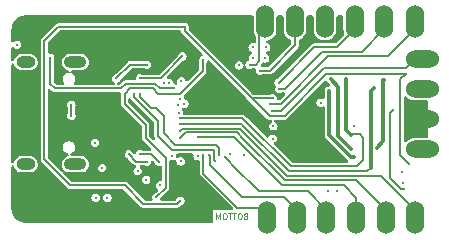
<source format=gbl>
G04 #@! TF.GenerationSoftware,KiCad,Pcbnew,8.0.2*
G04 #@! TF.CreationDate,2024-11-05T23:07:32+05:00*
G04 #@! TF.ProjectId,V1,56312e6b-6963-4616-945f-706362585858,r0.1*
G04 #@! TF.SameCoordinates,Original*
G04 #@! TF.FileFunction,Copper,L4,Bot*
G04 #@! TF.FilePolarity,Positive*
%FSLAX46Y46*%
G04 Gerber Fmt 4.6, Leading zero omitted, Abs format (unit mm)*
G04 Created by KiCad (PCBNEW 8.0.2) date 2024-11-05 23:07:32*
%MOMM*%
%LPD*%
G01*
G04 APERTURE LIST*
%ADD10C,0.125000*%
G04 #@! TA.AperFunction,NonConductor*
%ADD11C,0.125000*%
G04 #@! TD*
G04 #@! TA.AperFunction,ComponentPad*
%ADD12C,1.524000*%
G04 #@! TD*
G04 #@! TA.AperFunction,SMDPad,CuDef*
%ADD13R,1.270000X1.524000*%
G04 #@! TD*
G04 #@! TA.AperFunction,SMDPad,CuDef*
%ADD14R,1.524000X1.270000*%
G04 #@! TD*
G04 #@! TA.AperFunction,ComponentPad*
%ADD15O,1.900000X1.000000*%
G04 #@! TD*
G04 #@! TA.AperFunction,ComponentPad*
%ADD16O,1.600000X1.000000*%
G04 #@! TD*
G04 #@! TA.AperFunction,HeatsinkPad*
%ADD17C,0.500000*%
G04 #@! TD*
G04 #@! TA.AperFunction,HeatsinkPad*
%ADD18R,0.500000X1.600000*%
G04 #@! TD*
G04 #@! TA.AperFunction,ViaPad*
%ADD19C,0.300000*%
G04 #@! TD*
G04 #@! TA.AperFunction,Conductor*
%ADD20C,0.200000*%
G04 #@! TD*
G04 #@! TA.AperFunction,Conductor*
%ADD21C,0.300000*%
G04 #@! TD*
G04 #@! TA.AperFunction,Conductor*
%ADD22C,0.127000*%
G04 #@! TD*
G04 APERTURE END LIST*
D10*
D11*
X119932049Y-108220404D02*
X119860621Y-108244214D01*
X119860621Y-108244214D02*
X119836811Y-108268023D01*
X119836811Y-108268023D02*
X119813002Y-108315642D01*
X119813002Y-108315642D02*
X119813002Y-108387071D01*
X119813002Y-108387071D02*
X119836811Y-108434690D01*
X119836811Y-108434690D02*
X119860621Y-108458500D01*
X119860621Y-108458500D02*
X119908240Y-108482309D01*
X119908240Y-108482309D02*
X120098716Y-108482309D01*
X120098716Y-108482309D02*
X120098716Y-107982309D01*
X120098716Y-107982309D02*
X119932049Y-107982309D01*
X119932049Y-107982309D02*
X119884430Y-108006119D01*
X119884430Y-108006119D02*
X119860621Y-108029928D01*
X119860621Y-108029928D02*
X119836811Y-108077547D01*
X119836811Y-108077547D02*
X119836811Y-108125166D01*
X119836811Y-108125166D02*
X119860621Y-108172785D01*
X119860621Y-108172785D02*
X119884430Y-108196595D01*
X119884430Y-108196595D02*
X119932049Y-108220404D01*
X119932049Y-108220404D02*
X120098716Y-108220404D01*
X119503478Y-107982309D02*
X119408240Y-107982309D01*
X119408240Y-107982309D02*
X119360621Y-108006119D01*
X119360621Y-108006119D02*
X119313002Y-108053738D01*
X119313002Y-108053738D02*
X119289192Y-108148976D01*
X119289192Y-108148976D02*
X119289192Y-108315642D01*
X119289192Y-108315642D02*
X119313002Y-108410880D01*
X119313002Y-108410880D02*
X119360621Y-108458500D01*
X119360621Y-108458500D02*
X119408240Y-108482309D01*
X119408240Y-108482309D02*
X119503478Y-108482309D01*
X119503478Y-108482309D02*
X119551097Y-108458500D01*
X119551097Y-108458500D02*
X119598716Y-108410880D01*
X119598716Y-108410880D02*
X119622525Y-108315642D01*
X119622525Y-108315642D02*
X119622525Y-108148976D01*
X119622525Y-108148976D02*
X119598716Y-108053738D01*
X119598716Y-108053738D02*
X119551097Y-108006119D01*
X119551097Y-108006119D02*
X119503478Y-107982309D01*
X119146334Y-107982309D02*
X118860620Y-107982309D01*
X119003477Y-108482309D02*
X119003477Y-107982309D01*
X118765382Y-107982309D02*
X118479668Y-107982309D01*
X118622525Y-108482309D02*
X118622525Y-107982309D01*
X118217764Y-107982309D02*
X118122526Y-107982309D01*
X118122526Y-107982309D02*
X118074907Y-108006119D01*
X118074907Y-108006119D02*
X118027288Y-108053738D01*
X118027288Y-108053738D02*
X118003478Y-108148976D01*
X118003478Y-108148976D02*
X118003478Y-108315642D01*
X118003478Y-108315642D02*
X118027288Y-108410880D01*
X118027288Y-108410880D02*
X118074907Y-108458500D01*
X118074907Y-108458500D02*
X118122526Y-108482309D01*
X118122526Y-108482309D02*
X118217764Y-108482309D01*
X118217764Y-108482309D02*
X118265383Y-108458500D01*
X118265383Y-108458500D02*
X118313002Y-108410880D01*
X118313002Y-108410880D02*
X118336811Y-108315642D01*
X118336811Y-108315642D02*
X118336811Y-108148976D01*
X118336811Y-108148976D02*
X118313002Y-108053738D01*
X118313002Y-108053738D02*
X118265383Y-108006119D01*
X118265383Y-108006119D02*
X118217764Y-107982309D01*
X117789192Y-108482309D02*
X117789192Y-107982309D01*
X117789192Y-107982309D02*
X117622525Y-108339452D01*
X117622525Y-108339452D02*
X117455859Y-107982309D01*
X117455859Y-107982309D02*
X117455859Y-108482309D01*
D12*
X134290000Y-100000000D03*
D13*
X134925000Y-100000000D03*
D12*
X135560000Y-100000000D03*
X134290000Y-102540000D03*
D13*
X134925000Y-102540000D03*
D12*
X135560000Y-102540000D03*
X129300000Y-107721500D03*
D14*
X129300000Y-108356500D03*
D12*
X129300000Y-108991500D03*
X129200000Y-92380000D03*
D14*
X129200000Y-91745000D03*
D12*
X129200000Y-91110000D03*
X124130000Y-92380000D03*
D14*
X124130000Y-91745000D03*
D12*
X124130000Y-91110000D03*
X121600000Y-92400000D03*
D14*
X121600000Y-91765000D03*
D12*
X121600000Y-91130000D03*
X126800000Y-107700000D03*
D14*
X126800000Y-108335000D03*
D12*
X126800000Y-108970000D03*
X134300000Y-92400000D03*
D14*
X134300000Y-91765000D03*
D12*
X134300000Y-91130000D03*
X131700000Y-92400000D03*
D14*
X131700000Y-91765000D03*
D12*
X131700000Y-91130000D03*
X134300000Y-107721500D03*
D14*
X134300000Y-108356500D03*
D12*
X134300000Y-108991500D03*
X131800000Y-107721500D03*
D14*
X131800000Y-108356500D03*
D12*
X131800000Y-108991500D03*
X134290000Y-97460000D03*
D13*
X134925000Y-97460000D03*
D12*
X135560000Y-97460000D03*
X134290000Y-94920000D03*
D13*
X134925000Y-94920000D03*
D12*
X135560000Y-94920000D03*
X124300000Y-107700000D03*
D14*
X124300000Y-108335000D03*
D12*
X124300000Y-108970000D03*
X121800000Y-107700000D03*
D14*
X121800000Y-108335000D03*
D12*
X121800000Y-108970000D03*
X126670000Y-92380000D03*
D14*
X126670000Y-91745000D03*
D12*
X126670000Y-91110000D03*
D15*
X105530000Y-95180000D03*
D16*
X101350000Y-95180000D03*
D15*
X105530000Y-103820000D03*
D16*
X101350000Y-103820000D03*
D17*
X103300000Y-106950000D03*
D18*
X103300000Y-106400000D03*
D17*
X103300000Y-105850000D03*
D19*
X107250000Y-106650000D03*
X114453524Y-103589921D03*
X126300000Y-98600000D03*
X100600000Y-93700000D03*
X108250000Y-106650000D03*
X115880662Y-103153258D03*
X118636170Y-102955546D03*
X107800000Y-104150000D03*
X122300000Y-100600000D03*
X121694001Y-93936500D03*
X113729109Y-103131192D03*
X114500000Y-96800004D03*
X112730000Y-105600000D03*
X119800000Y-103050000D03*
X127700000Y-106100000D03*
X111535729Y-105133314D03*
X126900000Y-106100000D03*
X113500000Y-96950000D03*
X129100000Y-100600000D03*
X120562886Y-94830067D03*
X120551288Y-93936500D03*
X121604211Y-94859392D03*
X122250000Y-101650000D03*
X113000000Y-96950000D03*
X117700000Y-107400000D03*
X110000000Y-101100000D03*
X116600000Y-98600000D03*
X116450000Y-108050000D03*
X112050000Y-101190223D03*
X111000000Y-101100000D03*
X114900000Y-104600000D03*
X109900000Y-100000000D03*
X119600000Y-92800000D03*
X117050000Y-98150000D03*
X117050000Y-98600000D03*
X109000000Y-102900000D03*
X116600000Y-98150000D03*
X125400000Y-101800000D03*
X109700000Y-106800000D03*
X125400000Y-100800000D03*
X122900000Y-98100000D03*
X122900000Y-93400000D03*
X114300000Y-95900000D03*
X105200000Y-99700000D03*
X105200000Y-98799986D03*
X110800000Y-104400000D03*
X107200000Y-102000000D03*
X129109777Y-103250000D03*
X127000000Y-97600000D03*
X114771837Y-98685732D03*
X131644735Y-96685001D03*
X114431026Y-98316564D03*
X131034998Y-102444699D03*
X133153484Y-104501766D03*
X119400000Y-95450000D03*
X114800000Y-92200000D03*
X122250000Y-98250000D03*
X133799996Y-103800000D03*
X133500004Y-96200004D03*
X114425000Y-106900000D03*
X117350000Y-103550000D03*
X110500000Y-97850000D03*
X117719933Y-103012886D03*
X111025001Y-97891574D03*
X128411748Y-96650000D03*
X128853554Y-101346446D03*
X114405900Y-99939471D03*
X130800000Y-97400000D03*
X130534998Y-104134998D03*
X114407727Y-100439470D03*
X113892853Y-97411223D03*
X103400000Y-94800000D03*
X116336500Y-95021241D03*
X112400000Y-106600000D03*
X122170852Y-99293698D03*
X122744205Y-96919397D03*
X122051282Y-98713500D03*
X122801018Y-97447362D03*
X111005204Y-96550000D03*
X114600002Y-94700002D03*
X109000000Y-96550000D03*
X111600000Y-95400000D03*
X111600000Y-103600000D03*
X110070268Y-102977458D03*
X112600000Y-103600000D03*
X111000160Y-102970004D03*
X127190580Y-96650000D03*
X128899997Y-102500003D03*
X114286283Y-99453988D03*
X133293474Y-105413052D03*
X132400000Y-99200000D03*
X133392460Y-105945239D03*
X114200000Y-98800000D03*
X120300000Y-95400000D03*
X121200000Y-95900000D03*
X118200000Y-103200000D03*
X116892933Y-103062924D03*
X116373698Y-103070081D03*
X115883129Y-101550003D03*
X114400000Y-101600000D03*
X114400000Y-101000000D03*
D20*
X105200000Y-99700000D02*
X105200000Y-98799986D01*
D21*
X128886396Y-103250000D02*
X129109777Y-103250000D01*
X127000000Y-97600000D02*
X127000000Y-101363604D01*
X127000000Y-101363604D02*
X128886396Y-103250000D01*
X131644735Y-96685001D02*
X131600000Y-96729736D01*
X131600000Y-96729736D02*
X131600000Y-101879697D01*
X131600000Y-101879697D02*
X131034998Y-102444699D01*
D22*
X122250000Y-98250000D02*
X120490756Y-98250000D01*
D20*
X126799996Y-96200004D02*
X123256302Y-99743698D01*
X111300000Y-107200000D02*
X114125000Y-107200000D01*
X102900000Y-103400000D02*
X105100000Y-105600000D01*
X114800000Y-92200000D02*
X104100000Y-92200000D01*
X102900000Y-93400000D02*
X102900000Y-103400000D01*
X104100000Y-92200000D02*
X102900000Y-93400000D01*
X121984455Y-99743698D02*
X120245378Y-98004622D01*
X133500004Y-96200004D02*
X126799996Y-96200004D01*
X133500004Y-96200004D02*
X133050000Y-96650008D01*
X114125000Y-107200000D02*
X114425000Y-106900000D01*
X133050000Y-103050004D02*
X133799996Y-103800000D01*
X109700000Y-105600000D02*
X111300000Y-107200000D01*
X133050000Y-96650008D02*
X133050000Y-103050004D01*
D22*
X120490756Y-98250000D02*
X120245378Y-98004622D01*
D20*
X120245378Y-98004622D02*
X114800000Y-92559243D01*
X114800000Y-92559243D02*
X114800000Y-92200000D01*
X123256302Y-99743698D02*
X121984455Y-99743698D01*
X105100000Y-105600000D02*
X109700000Y-105600000D01*
X113700000Y-102600000D02*
X112500000Y-101400000D01*
X116600000Y-102600000D02*
X116350000Y-102600000D01*
X112500000Y-100165686D02*
X110500000Y-98165686D01*
X110500000Y-98165686D02*
X110500000Y-97850000D01*
D22*
X117350000Y-103550000D02*
X117306433Y-103506433D01*
X117306433Y-102706433D02*
X117200000Y-102600000D01*
X117306433Y-103506433D02*
X117306433Y-102706433D01*
D20*
X112500000Y-101400000D02*
X112500000Y-100165686D01*
D22*
X117200000Y-102600000D02*
X116350000Y-102600000D01*
D20*
X116350000Y-102600000D02*
X113700000Y-102600000D01*
X111025001Y-98125001D02*
X111950000Y-99050000D01*
X116850000Y-102200000D02*
X116992324Y-102200000D01*
D22*
X117719933Y-102469933D02*
X117719933Y-103012886D01*
D20*
X114000000Y-102200000D02*
X116850000Y-102200000D01*
X111950000Y-99050000D02*
X112350000Y-99050000D01*
X113000000Y-99700000D02*
X113000000Y-101200000D01*
X111025001Y-97891574D02*
X111025001Y-98125001D01*
X112350000Y-99050000D02*
X113000000Y-99700000D01*
D22*
X116850000Y-102200000D02*
X117450000Y-102200000D01*
D20*
X113000000Y-101200000D02*
X114000000Y-102200000D01*
D22*
X117450000Y-102200000D02*
X117719933Y-102469933D01*
D21*
X128411748Y-96650000D02*
X128411748Y-100904640D01*
D20*
X119924067Y-100158381D02*
X123765686Y-104000000D01*
D21*
X128411748Y-100904640D02*
X128853554Y-101346446D01*
D22*
X119924067Y-100158381D02*
X119669417Y-99903731D01*
D20*
X129600000Y-101300000D02*
X128900000Y-101300000D01*
D22*
X119669417Y-99903731D02*
X114441640Y-99903731D01*
D20*
X129900000Y-103500000D02*
X129900000Y-101600000D01*
D22*
X114441640Y-99903731D02*
X114405900Y-99939471D01*
D20*
X129400000Y-104000000D02*
X129900000Y-103500000D01*
X123765686Y-104000000D02*
X129400000Y-104000000D01*
X129900000Y-101600000D02*
X129600000Y-101300000D01*
X128900000Y-101300000D02*
X128853554Y-101346446D01*
D22*
X119607611Y-100407611D02*
X114439586Y-100407611D01*
X114439586Y-100407611D02*
X114407727Y-100439470D01*
D20*
X130269996Y-104400000D02*
X130534998Y-104134998D01*
D22*
X119758381Y-100558381D02*
X119607611Y-100407611D01*
D21*
X130800000Y-97400000D02*
X130534998Y-97665002D01*
X130534998Y-97665002D02*
X130534998Y-104134998D01*
D20*
X119758381Y-100558381D02*
X123600000Y-104400000D01*
X123600000Y-104400000D02*
X130269996Y-104400000D01*
X112676909Y-97411223D02*
X113892853Y-97411223D01*
X103400000Y-97000000D02*
X103800000Y-97400000D01*
X109834315Y-97000000D02*
X112265686Y-97000000D01*
X103800000Y-97400000D02*
X109434315Y-97400000D01*
X112265686Y-97000000D02*
X112676909Y-97411223D01*
X109434315Y-97400000D02*
X109834315Y-97000000D01*
X103400000Y-94800000D02*
X103400000Y-97000000D01*
X113180000Y-103280000D02*
X111500000Y-101600000D01*
X116336500Y-95913500D02*
X116336500Y-95021241D01*
X110200000Y-97400000D02*
X112100000Y-97400000D01*
X114380603Y-97869397D02*
X116336500Y-95913500D01*
X111500000Y-101600000D02*
X111500000Y-100500000D01*
X112569397Y-97869397D02*
X114380603Y-97869397D01*
X109700000Y-98700000D02*
X109700000Y-97900000D01*
X112400000Y-106600000D02*
X113180000Y-105820000D01*
X113180000Y-105820000D02*
X113180000Y-103280000D01*
X112100000Y-97400000D02*
X112569397Y-97869397D01*
X109700000Y-97900000D02*
X110200000Y-97400000D01*
X111500000Y-100500000D02*
X109700000Y-98700000D01*
X133528001Y-95681999D02*
X126552316Y-95681999D01*
X126552316Y-95681999D02*
X122940617Y-99293698D01*
X134290000Y-94920000D02*
X133528001Y-95681999D01*
X122940617Y-99293698D02*
X122170852Y-99293698D01*
X127680000Y-93900000D02*
X129200000Y-92380000D01*
X122744205Y-96919397D02*
X125763602Y-93900000D01*
X125763602Y-93900000D02*
X127680000Y-93900000D01*
X134300000Y-92400000D02*
X132000000Y-94700000D01*
X122955129Y-98713500D02*
X122051282Y-98713500D01*
X132000000Y-94700000D02*
X126968629Y-94700000D01*
X126968629Y-94700000D02*
X122955129Y-98713500D01*
X123252638Y-97447362D02*
X122801018Y-97447362D01*
X129800000Y-94300000D02*
X126400000Y-94300000D01*
X126400000Y-94300000D02*
X123252638Y-97447362D01*
X131700000Y-92400000D02*
X129800000Y-94300000D01*
X114600002Y-94700002D02*
X112750004Y-96550000D01*
X112750004Y-96550000D02*
X111005204Y-96550000D01*
X110150000Y-95400000D02*
X109000000Y-96550000D01*
X111600000Y-95400000D02*
X110150000Y-95400000D01*
X110692810Y-103600000D02*
X110070268Y-102977458D01*
X111600000Y-103600000D02*
X110692810Y-103600000D01*
X111970004Y-102970004D02*
X111000160Y-102970004D01*
X112600000Y-103600000D02*
X111970004Y-102970004D01*
D21*
X127800000Y-97259420D02*
X127800000Y-101400006D01*
X127190580Y-96650000D02*
X127800000Y-97259420D01*
X127800000Y-101400006D02*
X128899997Y-102500003D01*
D20*
X133092612Y-105945239D02*
X132150000Y-105002627D01*
X133392460Y-105945239D02*
X133092612Y-105945239D01*
X132150000Y-99450000D02*
X132400000Y-99200000D01*
X132150000Y-105002627D02*
X132150000Y-99450000D01*
X121100000Y-92900000D02*
X121100000Y-95100000D01*
X121600000Y-92400000D02*
X121100000Y-92900000D01*
X120800000Y-95400000D02*
X120300000Y-95400000D01*
X121100000Y-95100000D02*
X120800000Y-95400000D01*
X122000000Y-95900000D02*
X124130000Y-93770000D01*
X121200000Y-95900000D02*
X122000000Y-95900000D01*
X124130000Y-93770000D02*
X124130000Y-92380000D01*
X125200000Y-106100000D02*
X121050000Y-106100000D01*
D22*
X118200000Y-103200000D02*
X118200000Y-103250000D01*
D20*
X121050000Y-106100000D02*
X118919998Y-103969998D01*
D22*
X118200000Y-103250000D02*
X119225000Y-104275000D01*
D20*
X126800000Y-107700000D02*
X125200000Y-106100000D01*
X119638000Y-106638000D02*
X123238000Y-106638000D01*
D22*
X116918515Y-103088506D02*
X116892933Y-103062924D01*
X116918515Y-103918515D02*
X116918515Y-103088506D01*
X119638000Y-106638000D02*
X116918515Y-103918515D01*
D20*
X123238000Y-106638000D02*
X124300000Y-107700000D01*
D22*
X121800000Y-107700000D02*
X121600000Y-107500000D01*
X121600000Y-107500000D02*
X119250000Y-107500000D01*
X116373698Y-104623698D02*
X116373698Y-103070081D01*
X119250000Y-107500000D02*
X116373698Y-104623698D01*
D20*
X115883129Y-101550003D02*
X118950003Y-101550003D01*
X128256130Y-105600000D02*
X129300000Y-106643870D01*
X118950003Y-101550003D02*
X123000000Y-105600000D01*
X123000000Y-105600000D02*
X128256130Y-105600000D01*
X129300000Y-106643870D02*
X129300000Y-107721500D01*
X119734314Y-101665686D02*
X123268628Y-105200000D01*
X129278500Y-105200000D02*
X131800000Y-107721500D01*
D22*
X114863497Y-101136503D02*
X119205131Y-101136503D01*
D20*
X123268628Y-105200000D02*
X129278500Y-105200000D01*
X119568628Y-101500000D02*
X119734314Y-101665686D01*
D22*
X119205131Y-101136503D02*
X119734314Y-101665686D01*
X114400000Y-101600000D02*
X114863497Y-101136503D01*
X114400000Y-101000000D02*
X114547030Y-100852970D01*
X114547030Y-100852970D02*
X114579005Y-100852970D01*
X114579005Y-100852970D02*
X114622472Y-100809503D01*
D20*
X123434314Y-104800000D02*
X131378500Y-104800000D01*
X119817157Y-101182843D02*
X123434314Y-104800000D01*
X119734314Y-101100000D02*
X119817157Y-101182843D01*
X131378500Y-104800000D02*
X134300000Y-107721500D01*
D22*
X119443817Y-100809503D02*
X119817157Y-101182843D01*
X114622472Y-100809503D02*
X119443817Y-100809503D01*
G04 #@! TA.AperFunction,Conductor*
G36*
X120580539Y-91247185D02*
G01*
X120626294Y-91299989D01*
X120637500Y-91351500D01*
X120637500Y-92346624D01*
X120636903Y-92358778D01*
X120632843Y-92399999D01*
X120651426Y-92588681D01*
X120692343Y-92723568D01*
X120704833Y-92764743D01*
X120706464Y-92770118D01*
X120735477Y-92824396D01*
X120784858Y-92916783D01*
X120799500Y-92975234D01*
X120799500Y-93475758D01*
X120779815Y-93542797D01*
X120727011Y-93588552D01*
X120657853Y-93598496D01*
X120656103Y-93598231D01*
X120551291Y-93581631D01*
X120551286Y-93581631D01*
X120441629Y-93598998D01*
X120342702Y-93649404D01*
X120342695Y-93649409D01*
X120264197Y-93727907D01*
X120264192Y-93727914D01*
X120213786Y-93826841D01*
X120196419Y-93936497D01*
X120196419Y-93936502D01*
X120213786Y-94046158D01*
X120264192Y-94145085D01*
X120264197Y-94145092D01*
X120342695Y-94223590D01*
X120342698Y-94223592D01*
X120342701Y-94223595D01*
X120441627Y-94274000D01*
X120445068Y-94275753D01*
X120495865Y-94323727D01*
X120512660Y-94391548D01*
X120490123Y-94457683D01*
X120445069Y-94496722D01*
X120354299Y-94542972D01*
X120354298Y-94542973D01*
X120354293Y-94542976D01*
X120275795Y-94621474D01*
X120275790Y-94621481D01*
X120225384Y-94720408D01*
X120208017Y-94830064D01*
X120208017Y-94830070D01*
X120226667Y-94947827D01*
X120217712Y-95017120D01*
X120172716Y-95070572D01*
X120160490Y-95077708D01*
X120091414Y-95112904D01*
X120091407Y-95112909D01*
X120012909Y-95191407D01*
X120012904Y-95191414D01*
X119962498Y-95290342D01*
X119959482Y-95299625D01*
X119957758Y-95299064D01*
X119932871Y-95351558D01*
X119873558Y-95388487D01*
X119803696Y-95387487D01*
X119745464Y-95348875D01*
X119729845Y-95325316D01*
X119687095Y-95241413D01*
X119687092Y-95241410D01*
X119687090Y-95241407D01*
X119608592Y-95162909D01*
X119608588Y-95162906D01*
X119608587Y-95162905D01*
X119576355Y-95146482D01*
X119509658Y-95112498D01*
X119400002Y-95095131D01*
X119399998Y-95095131D01*
X119290341Y-95112498D01*
X119191414Y-95162904D01*
X119191407Y-95162909D01*
X119112909Y-95241407D01*
X119112904Y-95241414D01*
X119062498Y-95340341D01*
X119045131Y-95449997D01*
X119045131Y-95450002D01*
X119062498Y-95559658D01*
X119112904Y-95658585D01*
X119112909Y-95658592D01*
X119191407Y-95737090D01*
X119191410Y-95737092D01*
X119191413Y-95737095D01*
X119274134Y-95779243D01*
X119290341Y-95787501D01*
X119399998Y-95804869D01*
X119400000Y-95804869D01*
X119400002Y-95804869D01*
X119509658Y-95787501D01*
X119509659Y-95787500D01*
X119509661Y-95787500D01*
X119608587Y-95737095D01*
X119687095Y-95658587D01*
X119737500Y-95559661D01*
X119737501Y-95559657D01*
X119740518Y-95550375D01*
X119742243Y-95550935D01*
X119767116Y-95498455D01*
X119826423Y-95461517D01*
X119896286Y-95462507D01*
X119954523Y-95501110D01*
X119970151Y-95524678D01*
X120010508Y-95603883D01*
X120012906Y-95608588D01*
X120012909Y-95608592D01*
X120091407Y-95687090D01*
X120091410Y-95687092D01*
X120091413Y-95687095D01*
X120189534Y-95737090D01*
X120190341Y-95737501D01*
X120299998Y-95754869D01*
X120300000Y-95754869D01*
X120300002Y-95754869D01*
X120409657Y-95737501D01*
X120409658Y-95737500D01*
X120409661Y-95737500D01*
X120455755Y-95714013D01*
X120512048Y-95700500D01*
X120731543Y-95700500D01*
X120798582Y-95720185D01*
X120844337Y-95772989D01*
X120854281Y-95842147D01*
X120854016Y-95843897D01*
X120845131Y-95899996D01*
X120845131Y-95900002D01*
X120862498Y-96009658D01*
X120912904Y-96108585D01*
X120912909Y-96108592D01*
X120991407Y-96187090D01*
X120991410Y-96187092D01*
X120991413Y-96187095D01*
X121042610Y-96213181D01*
X121090341Y-96237501D01*
X121199998Y-96254869D01*
X121200000Y-96254869D01*
X121200002Y-96254869D01*
X121309657Y-96237501D01*
X121309658Y-96237500D01*
X121309661Y-96237500D01*
X121355755Y-96214013D01*
X121412048Y-96200500D01*
X122039560Y-96200500D01*
X122039562Y-96200500D01*
X122115989Y-96180021D01*
X122184511Y-96140460D01*
X122240460Y-96084511D01*
X124370460Y-93954511D01*
X124379091Y-93939562D01*
X124410021Y-93885989D01*
X124430500Y-93809562D01*
X124430500Y-93385070D01*
X124450185Y-93318031D01*
X124496047Y-93275712D01*
X124667318Y-93184165D01*
X124667324Y-93184162D01*
X124813883Y-93063883D01*
X124934162Y-92917324D01*
X125023537Y-92750115D01*
X125078573Y-92568683D01*
X125097157Y-92380000D01*
X125093097Y-92338778D01*
X125092500Y-92326624D01*
X125092500Y-91351500D01*
X125112185Y-91284461D01*
X125164989Y-91238706D01*
X125216500Y-91227500D01*
X125583500Y-91227500D01*
X125650539Y-91247185D01*
X125696294Y-91299989D01*
X125707500Y-91351500D01*
X125707500Y-92326624D01*
X125706903Y-92338778D01*
X125702843Y-92379999D01*
X125721426Y-92568681D01*
X125721427Y-92568683D01*
X125776463Y-92750115D01*
X125776464Y-92750118D01*
X125776465Y-92750119D01*
X125776466Y-92750122D01*
X125865834Y-92917318D01*
X125865838Y-92917325D01*
X125986116Y-93063883D01*
X126132674Y-93184161D01*
X126132681Y-93184165D01*
X126299877Y-93273533D01*
X126299878Y-93273533D01*
X126299885Y-93273537D01*
X126481317Y-93328573D01*
X126481316Y-93328573D01*
X126498233Y-93330239D01*
X126670000Y-93347157D01*
X126858683Y-93328573D01*
X127040115Y-93273537D01*
X127207324Y-93184162D01*
X127353883Y-93063883D01*
X127474162Y-92917324D01*
X127563537Y-92750115D01*
X127618573Y-92568683D01*
X127637157Y-92380000D01*
X127633097Y-92338778D01*
X127632500Y-92326624D01*
X127632500Y-91351500D01*
X127652185Y-91284461D01*
X127704989Y-91238706D01*
X127756500Y-91227500D01*
X128113500Y-91227500D01*
X128180539Y-91247185D01*
X128226294Y-91299989D01*
X128237500Y-91351500D01*
X128237500Y-92326624D01*
X128236903Y-92338778D01*
X128232843Y-92379999D01*
X128251426Y-92568681D01*
X128307802Y-92754529D01*
X128308425Y-92824396D01*
X128276822Y-92878205D01*
X127591848Y-93563181D01*
X127530525Y-93596666D01*
X127504167Y-93599500D01*
X125724040Y-93599500D01*
X125656641Y-93617559D01*
X125647609Y-93619980D01*
X125588667Y-93654011D01*
X125579094Y-93659537D01*
X125579089Y-93659541D01*
X122688463Y-96550166D01*
X122639106Y-96580414D01*
X122634548Y-96581895D01*
X122634544Y-96581896D01*
X122634544Y-96581897D01*
X122535618Y-96632302D01*
X122535617Y-96632303D01*
X122535612Y-96632306D01*
X122457114Y-96710804D01*
X122457109Y-96710811D01*
X122406703Y-96809738D01*
X122389336Y-96919394D01*
X122389336Y-96919399D01*
X122406703Y-97029055D01*
X122457109Y-97127982D01*
X122457114Y-97127989D01*
X122468438Y-97139313D01*
X122501923Y-97200636D01*
X122496939Y-97270328D01*
X122491243Y-97283287D01*
X122463516Y-97337704D01*
X122446149Y-97447359D01*
X122446149Y-97447364D01*
X122463516Y-97557020D01*
X122513922Y-97655947D01*
X122513927Y-97655954D01*
X122592425Y-97734452D01*
X122592428Y-97734454D01*
X122592431Y-97734457D01*
X122685569Y-97781913D01*
X122691359Y-97784863D01*
X122801016Y-97802231D01*
X122801018Y-97802231D01*
X122801020Y-97802231D01*
X122910675Y-97784863D01*
X122910676Y-97784862D01*
X122910679Y-97784862D01*
X122956773Y-97761375D01*
X123013066Y-97747862D01*
X123196434Y-97747862D01*
X123263473Y-97767547D01*
X123309228Y-97820351D01*
X123319172Y-97889509D01*
X123290147Y-97953065D01*
X123284115Y-97959543D01*
X122866977Y-98376681D01*
X122805654Y-98410166D01*
X122779296Y-98413000D01*
X122724238Y-98413000D01*
X122657199Y-98393315D01*
X122611444Y-98340511D01*
X122601500Y-98271353D01*
X122601764Y-98269603D01*
X122604869Y-98249997D01*
X122587501Y-98140341D01*
X122571008Y-98107971D01*
X122537095Y-98041413D01*
X122537092Y-98041410D01*
X122537090Y-98041407D01*
X122458592Y-97962909D01*
X122458588Y-97962906D01*
X122458587Y-97962905D01*
X122432633Y-97949681D01*
X122359658Y-97912498D01*
X122250002Y-97895131D01*
X122249998Y-97895131D01*
X122140341Y-97912498D01*
X122032717Y-97967336D01*
X122032016Y-97965960D01*
X121976406Y-97985798D01*
X121969335Y-97986000D01*
X120703089Y-97986000D01*
X120636050Y-97966315D01*
X120615408Y-97949681D01*
X120429889Y-97764162D01*
X115146485Y-92480757D01*
X115113000Y-92419434D01*
X115117984Y-92349742D01*
X115123681Y-92336782D01*
X115128857Y-92326624D01*
X115137500Y-92309661D01*
X115137500Y-92309659D01*
X115137501Y-92309658D01*
X115154869Y-92200002D01*
X115154869Y-92199997D01*
X115137501Y-92090341D01*
X115110668Y-92037678D01*
X115087095Y-91991413D01*
X115087092Y-91991410D01*
X115087090Y-91991407D01*
X115008592Y-91912909D01*
X115008588Y-91912906D01*
X115008587Y-91912905D01*
X114982278Y-91899500D01*
X114909658Y-91862498D01*
X114800002Y-91845131D01*
X114799998Y-91845131D01*
X114690342Y-91862498D01*
X114644245Y-91885986D01*
X114587952Y-91899500D01*
X104060438Y-91899500D01*
X104022224Y-91909739D01*
X103984009Y-91919979D01*
X103984004Y-91919982D01*
X103915495Y-91959535D01*
X103915487Y-91959541D01*
X102659541Y-93215487D01*
X102659535Y-93215495D01*
X102619982Y-93284004D01*
X102619979Y-93284009D01*
X102609083Y-93324674D01*
X102599500Y-93360438D01*
X102599500Y-103439562D01*
X102614349Y-103494977D01*
X102619979Y-103515989D01*
X102644310Y-103558132D01*
X102645642Y-103560438D01*
X102659540Y-103584511D01*
X102659542Y-103584514D01*
X102659543Y-103584515D01*
X103762119Y-104687090D01*
X104859540Y-105784511D01*
X104915489Y-105840460D01*
X104915491Y-105840461D01*
X104915495Y-105840464D01*
X104984004Y-105880017D01*
X104984011Y-105880021D01*
X105060438Y-105900500D01*
X109524167Y-105900500D01*
X109591206Y-105920185D01*
X109611848Y-105936819D01*
X111115489Y-107440460D01*
X111174829Y-107474720D01*
X111184008Y-107480020D01*
X111184012Y-107480022D01*
X111260438Y-107500500D01*
X111260440Y-107500500D01*
X114164560Y-107500500D01*
X114164562Y-107500500D01*
X114240989Y-107480021D01*
X114309511Y-107440460D01*
X114365460Y-107384511D01*
X114480742Y-107269228D01*
X114530107Y-107238979D01*
X114534656Y-107237500D01*
X114534661Y-107237500D01*
X114633587Y-107187095D01*
X114712095Y-107108587D01*
X114762500Y-107009661D01*
X114762500Y-107009659D01*
X114762501Y-107009658D01*
X114779869Y-106900002D01*
X114779869Y-106899997D01*
X114762501Y-106790341D01*
X114762500Y-106790339D01*
X114712095Y-106691413D01*
X114712092Y-106691410D01*
X114712090Y-106691407D01*
X114633592Y-106612909D01*
X114633588Y-106612906D01*
X114633587Y-106612905D01*
X114608263Y-106600002D01*
X114534658Y-106562498D01*
X114425002Y-106545131D01*
X114424998Y-106545131D01*
X114315341Y-106562498D01*
X114216414Y-106612904D01*
X114216407Y-106612909D01*
X114137909Y-106691407D01*
X114137906Y-106691412D01*
X114137905Y-106691413D01*
X114111142Y-106743938D01*
X114087496Y-106790346D01*
X114086016Y-106794902D01*
X114055774Y-106844253D01*
X114036852Y-106863177D01*
X113975530Y-106896665D01*
X113949166Y-106899500D01*
X112843121Y-106899500D01*
X112776082Y-106879815D01*
X112730327Y-106827011D01*
X112720383Y-106757853D01*
X112732635Y-106719207D01*
X112737500Y-106709661D01*
X112737501Y-106709652D01*
X112738980Y-106705103D01*
X112769229Y-106655740D01*
X113420460Y-106004511D01*
X113460022Y-105935988D01*
X113480500Y-105859562D01*
X113480500Y-105780438D01*
X113480500Y-103591870D01*
X113500185Y-103524831D01*
X113552989Y-103479076D01*
X113622147Y-103469132D01*
X113623898Y-103469397D01*
X113729107Y-103486061D01*
X113729109Y-103486061D01*
X113729111Y-103486061D01*
X113838766Y-103468693D01*
X113838767Y-103468692D01*
X113838770Y-103468692D01*
X113925519Y-103424491D01*
X113994184Y-103411595D01*
X114058925Y-103437871D01*
X114099183Y-103494977D01*
X114104285Y-103554372D01*
X114101809Y-103570009D01*
X114098656Y-103589918D01*
X114098655Y-103589922D01*
X114098655Y-103589923D01*
X114116022Y-103699579D01*
X114166428Y-103798506D01*
X114166433Y-103798513D01*
X114244931Y-103877011D01*
X114244934Y-103877013D01*
X114244937Y-103877016D01*
X114308059Y-103909178D01*
X114343865Y-103927422D01*
X114453522Y-103944790D01*
X114453524Y-103944790D01*
X114453526Y-103944790D01*
X114563182Y-103927422D01*
X114563183Y-103927421D01*
X114563185Y-103927421D01*
X114662111Y-103877016D01*
X114740619Y-103798508D01*
X114791024Y-103699582D01*
X114791024Y-103699580D01*
X114791025Y-103699579D01*
X114808393Y-103589923D01*
X114808393Y-103589918D01*
X114791025Y-103480262D01*
X114779981Y-103458587D01*
X114740619Y-103381334D01*
X114740616Y-103381331D01*
X114740614Y-103381328D01*
X114662116Y-103302830D01*
X114662112Y-103302827D01*
X114662111Y-103302826D01*
X114623671Y-103283240D01*
X114563182Y-103252419D01*
X114453526Y-103235052D01*
X114453522Y-103235052D01*
X114343865Y-103252419D01*
X114257115Y-103296621D01*
X114188446Y-103309517D01*
X114123706Y-103283240D01*
X114083449Y-103226134D01*
X114078348Y-103166737D01*
X114078761Y-103164133D01*
X114083978Y-103131192D01*
X114083978Y-103131190D01*
X114070152Y-103043898D01*
X114079106Y-102974605D01*
X114124102Y-102921153D01*
X114190854Y-102900513D01*
X114192625Y-102900500D01*
X115420641Y-102900500D01*
X115487680Y-102920185D01*
X115533435Y-102972989D01*
X115543379Y-103042147D01*
X115543114Y-103043898D01*
X115525793Y-103153256D01*
X115525793Y-103153260D01*
X115543160Y-103262916D01*
X115593566Y-103361843D01*
X115593571Y-103361850D01*
X115672069Y-103440348D01*
X115672072Y-103440350D01*
X115672075Y-103440353D01*
X115761783Y-103486061D01*
X115771003Y-103490759D01*
X115880660Y-103508127D01*
X115880662Y-103508127D01*
X115880663Y-103508127D01*
X115930045Y-103500305D01*
X115966299Y-103494563D01*
X116035593Y-103503517D01*
X116089045Y-103548513D01*
X116109685Y-103615265D01*
X116109698Y-103617036D01*
X116109698Y-104571185D01*
X116109698Y-104676211D01*
X116149890Y-104773242D01*
X116149891Y-104773243D01*
X118874492Y-107497844D01*
X118907977Y-107559167D01*
X118902993Y-107628859D01*
X118861121Y-107684792D01*
X118795657Y-107709209D01*
X118786811Y-107709525D01*
X117183075Y-107709525D01*
X117183075Y-108648500D01*
X117163390Y-108715539D01*
X117110586Y-108761294D01*
X117059075Y-108772500D01*
X101304875Y-108772500D01*
X101295146Y-108772118D01*
X101126308Y-108758830D01*
X101107090Y-108755786D01*
X100947167Y-108717392D01*
X100928661Y-108711379D01*
X100776710Y-108648438D01*
X100759376Y-108639606D01*
X100619133Y-108553665D01*
X100603403Y-108542236D01*
X100478338Y-108435421D01*
X100464578Y-108421661D01*
X100401814Y-108348173D01*
X100357760Y-108296592D01*
X100346336Y-108280869D01*
X100260390Y-108140618D01*
X100251561Y-108123289D01*
X100238694Y-108092227D01*
X100188617Y-107971331D01*
X100182609Y-107952839D01*
X100144212Y-107792904D01*
X100141169Y-107773690D01*
X100140406Y-107764000D01*
X100127882Y-107604852D01*
X100127500Y-107595124D01*
X100127500Y-106649997D01*
X106895131Y-106649997D01*
X106895131Y-106650002D01*
X106912498Y-106759658D01*
X106962904Y-106858585D01*
X106962909Y-106858592D01*
X107041407Y-106937090D01*
X107041410Y-106937092D01*
X107041413Y-106937095D01*
X107082805Y-106958185D01*
X107140341Y-106987501D01*
X107249998Y-107004869D01*
X107250000Y-107004869D01*
X107250002Y-107004869D01*
X107359658Y-106987501D01*
X107359659Y-106987500D01*
X107359661Y-106987500D01*
X107458587Y-106937095D01*
X107537095Y-106858587D01*
X107587500Y-106759661D01*
X107587500Y-106759659D01*
X107587501Y-106759658D01*
X107604869Y-106650002D01*
X107604869Y-106649997D01*
X107895131Y-106649997D01*
X107895131Y-106650002D01*
X107912498Y-106759658D01*
X107962904Y-106858585D01*
X107962909Y-106858592D01*
X108041407Y-106937090D01*
X108041410Y-106937092D01*
X108041413Y-106937095D01*
X108082805Y-106958185D01*
X108140341Y-106987501D01*
X108249998Y-107004869D01*
X108250000Y-107004869D01*
X108250002Y-107004869D01*
X108359658Y-106987501D01*
X108359659Y-106987500D01*
X108359661Y-106987500D01*
X108458587Y-106937095D01*
X108537095Y-106858587D01*
X108587500Y-106759661D01*
X108587500Y-106759659D01*
X108587501Y-106759658D01*
X108604869Y-106650002D01*
X108604869Y-106649997D01*
X108587501Y-106540341D01*
X108557350Y-106481166D01*
X108537095Y-106441413D01*
X108537092Y-106441410D01*
X108537090Y-106441407D01*
X108458592Y-106362909D01*
X108458588Y-106362906D01*
X108458587Y-106362905D01*
X108408727Y-106337500D01*
X108359658Y-106312498D01*
X108250002Y-106295131D01*
X108249998Y-106295131D01*
X108140341Y-106312498D01*
X108041414Y-106362904D01*
X108041407Y-106362909D01*
X107962909Y-106441407D01*
X107962904Y-106441414D01*
X107912498Y-106540341D01*
X107895131Y-106649997D01*
X107604869Y-106649997D01*
X107587501Y-106540341D01*
X107557350Y-106481166D01*
X107537095Y-106441413D01*
X107537092Y-106441410D01*
X107537090Y-106441407D01*
X107458592Y-106362909D01*
X107458588Y-106362906D01*
X107458587Y-106362905D01*
X107408727Y-106337500D01*
X107359658Y-106312498D01*
X107250002Y-106295131D01*
X107249998Y-106295131D01*
X107140341Y-106312498D01*
X107041414Y-106362904D01*
X107041407Y-106362909D01*
X106962909Y-106441407D01*
X106962904Y-106441414D01*
X106912498Y-106540341D01*
X106895131Y-106649997D01*
X100127500Y-106649997D01*
X100127500Y-104031916D01*
X100147185Y-103964877D01*
X100199989Y-103919122D01*
X100269147Y-103909178D01*
X100332703Y-103938203D01*
X100370477Y-103996981D01*
X100373117Y-104007725D01*
X100376418Y-104024320D01*
X100376421Y-104024332D01*
X100429221Y-104151804D01*
X100429228Y-104151817D01*
X100505885Y-104266541D01*
X100505888Y-104266545D01*
X100603454Y-104364111D01*
X100603458Y-104364114D01*
X100718182Y-104440771D01*
X100718195Y-104440778D01*
X100845667Y-104493578D01*
X100845672Y-104493580D01*
X100845676Y-104493580D01*
X100845677Y-104493581D01*
X100981004Y-104520500D01*
X100981007Y-104520500D01*
X101718995Y-104520500D01*
X101824566Y-104499500D01*
X101854328Y-104493580D01*
X101981811Y-104440775D01*
X102096542Y-104364114D01*
X102194114Y-104266542D01*
X102270775Y-104151811D01*
X102272811Y-104146897D01*
X102298038Y-104085991D01*
X102323580Y-104024328D01*
X102340074Y-103941407D01*
X102350500Y-103888995D01*
X102350500Y-103751004D01*
X102323581Y-103615677D01*
X102323580Y-103615676D01*
X102323580Y-103615672D01*
X102317296Y-103600500D01*
X102270778Y-103488195D01*
X102270771Y-103488182D01*
X102194114Y-103373458D01*
X102194111Y-103373454D01*
X102096545Y-103275888D01*
X102096541Y-103275885D01*
X101981817Y-103199228D01*
X101981804Y-103199221D01*
X101854332Y-103146421D01*
X101854322Y-103146418D01*
X101718995Y-103119500D01*
X101718993Y-103119500D01*
X100981007Y-103119500D01*
X100981005Y-103119500D01*
X100845677Y-103146418D01*
X100845667Y-103146421D01*
X100718195Y-103199221D01*
X100718182Y-103199228D01*
X100603458Y-103275885D01*
X100603454Y-103275888D01*
X100505888Y-103373454D01*
X100505885Y-103373458D01*
X100429228Y-103488182D01*
X100429221Y-103488195D01*
X100376421Y-103615667D01*
X100376418Y-103615677D01*
X100373117Y-103632275D01*
X100340732Y-103694186D01*
X100280016Y-103728760D01*
X100210246Y-103725019D01*
X100153575Y-103684153D01*
X100127993Y-103619134D01*
X100127500Y-103608083D01*
X100127500Y-95391916D01*
X100147185Y-95324877D01*
X100199989Y-95279122D01*
X100269147Y-95269178D01*
X100332703Y-95298203D01*
X100370477Y-95356981D01*
X100373117Y-95367725D01*
X100376418Y-95384320D01*
X100376421Y-95384332D01*
X100429221Y-95511804D01*
X100429228Y-95511817D01*
X100505885Y-95626541D01*
X100505888Y-95626545D01*
X100603454Y-95724111D01*
X100603458Y-95724114D01*
X100718182Y-95800771D01*
X100718195Y-95800778D01*
X100818070Y-95842147D01*
X100845672Y-95853580D01*
X100845676Y-95853580D01*
X100845677Y-95853581D01*
X100981004Y-95880500D01*
X100981007Y-95880500D01*
X101718995Y-95880500D01*
X101824762Y-95859461D01*
X101854328Y-95853580D01*
X101981811Y-95800775D01*
X102096542Y-95724114D01*
X102194114Y-95626542D01*
X102270775Y-95511811D01*
X102275208Y-95501110D01*
X102296379Y-95449997D01*
X102323580Y-95384328D01*
X102340540Y-95299064D01*
X102350500Y-95248995D01*
X102350500Y-95111004D01*
X102323581Y-94975677D01*
X102323580Y-94975676D01*
X102323580Y-94975672D01*
X102312046Y-94947827D01*
X102270778Y-94848195D01*
X102270771Y-94848182D01*
X102194114Y-94733458D01*
X102194111Y-94733454D01*
X102096545Y-94635888D01*
X102096541Y-94635885D01*
X101981817Y-94559228D01*
X101981804Y-94559221D01*
X101854332Y-94506421D01*
X101854322Y-94506418D01*
X101718995Y-94479500D01*
X101718993Y-94479500D01*
X100981007Y-94479500D01*
X100981005Y-94479500D01*
X100845677Y-94506418D01*
X100845667Y-94506421D01*
X100718195Y-94559221D01*
X100718182Y-94559228D01*
X100603458Y-94635885D01*
X100603454Y-94635888D01*
X100505888Y-94733454D01*
X100505885Y-94733458D01*
X100429228Y-94848182D01*
X100429221Y-94848195D01*
X100376421Y-94975667D01*
X100376418Y-94975677D01*
X100373117Y-94992275D01*
X100340732Y-95054186D01*
X100280016Y-95088760D01*
X100210246Y-95085019D01*
X100153575Y-95044153D01*
X100127993Y-94979134D01*
X100127500Y-94968083D01*
X100127500Y-94022545D01*
X100147185Y-93955506D01*
X100199989Y-93909751D01*
X100269147Y-93899807D01*
X100332703Y-93928832D01*
X100339181Y-93934864D01*
X100391407Y-93987090D01*
X100391410Y-93987092D01*
X100391413Y-93987095D01*
X100490339Y-94037500D01*
X100490341Y-94037501D01*
X100599998Y-94054869D01*
X100600000Y-94054869D01*
X100600002Y-94054869D01*
X100709658Y-94037501D01*
X100709659Y-94037500D01*
X100709661Y-94037500D01*
X100808587Y-93987095D01*
X100887095Y-93908587D01*
X100937500Y-93809661D01*
X100937500Y-93809659D01*
X100937501Y-93809658D01*
X100954869Y-93700002D01*
X100954869Y-93699997D01*
X100937501Y-93590341D01*
X100913276Y-93542797D01*
X100887095Y-93491413D01*
X100887092Y-93491410D01*
X100887090Y-93491407D01*
X100808592Y-93412909D01*
X100808588Y-93412906D01*
X100808587Y-93412905D01*
X100804743Y-93410946D01*
X100709658Y-93362498D01*
X100600002Y-93345131D01*
X100599998Y-93345131D01*
X100490341Y-93362498D01*
X100391414Y-93412904D01*
X100391407Y-93412909D01*
X100339181Y-93465136D01*
X100277858Y-93498621D01*
X100208166Y-93493637D01*
X100152233Y-93451765D01*
X100127816Y-93386301D01*
X100127500Y-93377455D01*
X100127500Y-92404875D01*
X100127882Y-92395147D01*
X100133275Y-92326624D01*
X100141169Y-92226303D01*
X100144211Y-92207097D01*
X100182610Y-92047156D01*
X100188616Y-92028671D01*
X100251562Y-91876707D01*
X100260387Y-91859386D01*
X100346340Y-91719124D01*
X100357755Y-91703413D01*
X100464584Y-91578331D01*
X100478331Y-91564584D01*
X100603413Y-91457755D01*
X100619124Y-91446340D01*
X100759386Y-91360387D01*
X100776707Y-91351562D01*
X100928671Y-91288616D01*
X100947156Y-91282610D01*
X101107097Y-91244211D01*
X101126303Y-91241169D01*
X101270277Y-91229839D01*
X101295147Y-91227882D01*
X101304875Y-91227500D01*
X101329101Y-91227500D01*
X120513500Y-91227500D01*
X120580539Y-91247185D01*
G37*
G04 #@! TD.AperFunction*
G04 #@! TA.AperFunction,Conductor*
G36*
X103405703Y-97431120D02*
G01*
X103412181Y-97437152D01*
X103559540Y-97584511D01*
X103615489Y-97640460D01*
X103615491Y-97640461D01*
X103615495Y-97640464D01*
X103668791Y-97671234D01*
X103684011Y-97680021D01*
X103760438Y-97700500D01*
X103760440Y-97700500D01*
X109280755Y-97700500D01*
X109347794Y-97720185D01*
X109393549Y-97772989D01*
X109403493Y-97842147D01*
X109400531Y-97856590D01*
X109399500Y-97860438D01*
X109399500Y-98739562D01*
X109407651Y-98769980D01*
X109419979Y-98815990D01*
X109419980Y-98815991D01*
X109436804Y-98845131D01*
X109459539Y-98884509D01*
X109459541Y-98884512D01*
X111163181Y-100588152D01*
X111196666Y-100649475D01*
X111199500Y-100675833D01*
X111199500Y-101639562D01*
X111211393Y-101683946D01*
X111219979Y-101715989D01*
X111240344Y-101751263D01*
X111244575Y-101758590D01*
X111259540Y-101784511D01*
X111932852Y-102457823D01*
X111966337Y-102519146D01*
X111961353Y-102588838D01*
X111919481Y-102644771D01*
X111854017Y-102669188D01*
X111845171Y-102669504D01*
X111212208Y-102669504D01*
X111155915Y-102655990D01*
X111109817Y-102632502D01*
X111000162Y-102615135D01*
X111000158Y-102615135D01*
X110890501Y-102632502D01*
X110791574Y-102682908D01*
X110791567Y-102682913D01*
X110713069Y-102761411D01*
X110713064Y-102761418D01*
X110662659Y-102860344D01*
X110661825Y-102865612D01*
X110631893Y-102928745D01*
X110572580Y-102965674D01*
X110502717Y-102964674D01*
X110451671Y-102933890D01*
X110439499Y-102921718D01*
X110409250Y-102872358D01*
X110407768Y-102867798D01*
X110407768Y-102867797D01*
X110357363Y-102768871D01*
X110357360Y-102768868D01*
X110357358Y-102768865D01*
X110278860Y-102690367D01*
X110278856Y-102690364D01*
X110278855Y-102690363D01*
X110275011Y-102688404D01*
X110179926Y-102639956D01*
X110070270Y-102622589D01*
X110070266Y-102622589D01*
X109960609Y-102639956D01*
X109861682Y-102690362D01*
X109861675Y-102690367D01*
X109783177Y-102768865D01*
X109783172Y-102768872D01*
X109732766Y-102867799D01*
X109715399Y-102977455D01*
X109715399Y-102977460D01*
X109732766Y-103087116D01*
X109783172Y-103186043D01*
X109783177Y-103186050D01*
X109861675Y-103264548D01*
X109861678Y-103264550D01*
X109861681Y-103264553D01*
X109960607Y-103314958D01*
X109960608Y-103314958D01*
X109965168Y-103316440D01*
X110014528Y-103346689D01*
X110452350Y-103784511D01*
X110508299Y-103840460D01*
X110508301Y-103840461D01*
X110508305Y-103840464D01*
X110571616Y-103877016D01*
X110576821Y-103880021D01*
X110576828Y-103880023D01*
X110584328Y-103883130D01*
X110583511Y-103885100D01*
X110633549Y-103915590D01*
X110664086Y-103978432D01*
X110655801Y-104047809D01*
X110611323Y-104101693D01*
X110598106Y-104109494D01*
X110591416Y-104112902D01*
X110591407Y-104112909D01*
X110512909Y-104191407D01*
X110512904Y-104191414D01*
X110462498Y-104290341D01*
X110445131Y-104399997D01*
X110445131Y-104400002D01*
X110462498Y-104509658D01*
X110512904Y-104608585D01*
X110512909Y-104608592D01*
X110591407Y-104687090D01*
X110591410Y-104687092D01*
X110591413Y-104687095D01*
X110690339Y-104737500D01*
X110690341Y-104737501D01*
X110799998Y-104754869D01*
X110800000Y-104754869D01*
X110800002Y-104754869D01*
X110909658Y-104737501D01*
X110909659Y-104737500D01*
X110909661Y-104737500D01*
X111008587Y-104687095D01*
X111087095Y-104608587D01*
X111137500Y-104509661D01*
X111137500Y-104509659D01*
X111137501Y-104509658D01*
X111154869Y-104400002D01*
X111154869Y-104399997D01*
X111137501Y-104290341D01*
X111137500Y-104290339D01*
X111087095Y-104191413D01*
X111087092Y-104191410D01*
X111087090Y-104191407D01*
X111007864Y-104112181D01*
X110974379Y-104050858D01*
X110979363Y-103981166D01*
X111021235Y-103925233D01*
X111086699Y-103900816D01*
X111095545Y-103900500D01*
X111387952Y-103900500D01*
X111444244Y-103914013D01*
X111490339Y-103937500D01*
X111490340Y-103937500D01*
X111490342Y-103937501D01*
X111599998Y-103954869D01*
X111600000Y-103954869D01*
X111600002Y-103954869D01*
X111709658Y-103937501D01*
X111709659Y-103937500D01*
X111709661Y-103937500D01*
X111808587Y-103887095D01*
X111887095Y-103808587D01*
X111937500Y-103709661D01*
X111937500Y-103709659D01*
X111937501Y-103709658D01*
X111946901Y-103650309D01*
X111976830Y-103587175D01*
X112036141Y-103550243D01*
X112106004Y-103551241D01*
X112157055Y-103582026D01*
X112230768Y-103655739D01*
X112261016Y-103705096D01*
X112262498Y-103709656D01*
X112262499Y-103709659D01*
X112262500Y-103709661D01*
X112312905Y-103808587D01*
X112312907Y-103808589D01*
X112312909Y-103808592D01*
X112391407Y-103887090D01*
X112391410Y-103887092D01*
X112391413Y-103887095D01*
X112434754Y-103909178D01*
X112490341Y-103937501D01*
X112599998Y-103954869D01*
X112600000Y-103954869D01*
X112600002Y-103954869D01*
X112709650Y-103937502D01*
X112709651Y-103937501D01*
X112709661Y-103937500D01*
X112709669Y-103937495D01*
X112717171Y-103935058D01*
X112787012Y-103933057D01*
X112846848Y-103969132D01*
X112877682Y-104031830D01*
X112879500Y-104052986D01*
X112879500Y-105123624D01*
X112859815Y-105190663D01*
X112807011Y-105236418D01*
X112737853Y-105246362D01*
X112736150Y-105246105D01*
X112730000Y-105245131D01*
X112729998Y-105245131D01*
X112729997Y-105245131D01*
X112620341Y-105262498D01*
X112521414Y-105312904D01*
X112521407Y-105312909D01*
X112442909Y-105391407D01*
X112442904Y-105391414D01*
X112392498Y-105490341D01*
X112375131Y-105599997D01*
X112375131Y-105600002D01*
X112392498Y-105709658D01*
X112442904Y-105808585D01*
X112442909Y-105808592D01*
X112516991Y-105882674D01*
X112550476Y-105943997D01*
X112545492Y-106013689D01*
X112516991Y-106058036D01*
X112344258Y-106230769D01*
X112294901Y-106261017D01*
X112290343Y-106262498D01*
X112290339Y-106262499D01*
X112290339Y-106262500D01*
X112191413Y-106312905D01*
X112191412Y-106312906D01*
X112191407Y-106312909D01*
X112112909Y-106391407D01*
X112112904Y-106391414D01*
X112062498Y-106490341D01*
X112045131Y-106599997D01*
X112045131Y-106600002D01*
X112062498Y-106709657D01*
X112062499Y-106709660D01*
X112062500Y-106709661D01*
X112067363Y-106719205D01*
X112080260Y-106787873D01*
X112053984Y-106852614D01*
X111996879Y-106892871D01*
X111956879Y-106899500D01*
X111475833Y-106899500D01*
X111408794Y-106879815D01*
X111388152Y-106863181D01*
X109884512Y-105359541D01*
X109884511Y-105359540D01*
X109853959Y-105341901D01*
X109853958Y-105341900D01*
X109815989Y-105319979D01*
X109739562Y-105299500D01*
X109739560Y-105299500D01*
X105275833Y-105299500D01*
X105208794Y-105279815D01*
X105188152Y-105263181D01*
X105058282Y-105133311D01*
X111180860Y-105133311D01*
X111180860Y-105133316D01*
X111198227Y-105242972D01*
X111227030Y-105299500D01*
X111248633Y-105341900D01*
X111248638Y-105341906D01*
X111327136Y-105420404D01*
X111327139Y-105420406D01*
X111327142Y-105420409D01*
X111426068Y-105470814D01*
X111426070Y-105470815D01*
X111535727Y-105488183D01*
X111535729Y-105488183D01*
X111535731Y-105488183D01*
X111645387Y-105470815D01*
X111645388Y-105470814D01*
X111645390Y-105470814D01*
X111744316Y-105420409D01*
X111822824Y-105341901D01*
X111873229Y-105242975D01*
X111873229Y-105242973D01*
X111873230Y-105242972D01*
X111890598Y-105133316D01*
X111890598Y-105133311D01*
X111873230Y-105023655D01*
X111853555Y-104985041D01*
X111822824Y-104924727D01*
X111822821Y-104924724D01*
X111822819Y-104924721D01*
X111744321Y-104846223D01*
X111744317Y-104846220D01*
X111744316Y-104846219D01*
X111706192Y-104826794D01*
X111645387Y-104795812D01*
X111535731Y-104778445D01*
X111535727Y-104778445D01*
X111426070Y-104795812D01*
X111327143Y-104846218D01*
X111327136Y-104846223D01*
X111248638Y-104924721D01*
X111248633Y-104924728D01*
X111198227Y-105023655D01*
X111180860Y-105133311D01*
X105058282Y-105133311D01*
X104485873Y-104560902D01*
X104452388Y-104499579D01*
X104456494Y-104442158D01*
X104411325Y-104449478D01*
X104347261Y-104421593D01*
X104339097Y-104414126D01*
X103813966Y-103888995D01*
X104379499Y-103888995D01*
X104406418Y-104024322D01*
X104406421Y-104024332D01*
X104459221Y-104151804D01*
X104459228Y-104151817D01*
X104529880Y-104257554D01*
X104550758Y-104324231D01*
X104541434Y-104358217D01*
X104564708Y-104349537D01*
X104632981Y-104364389D01*
X104642445Y-104370119D01*
X104748182Y-104440771D01*
X104748195Y-104440778D01*
X104875667Y-104493578D01*
X104875672Y-104493580D01*
X104875676Y-104493580D01*
X104875677Y-104493581D01*
X105011004Y-104520500D01*
X105011007Y-104520500D01*
X106048995Y-104520500D01*
X106154566Y-104499500D01*
X106184328Y-104493580D01*
X106311811Y-104440775D01*
X106426542Y-104364114D01*
X106524114Y-104266542D01*
X106600775Y-104151811D01*
X106601527Y-104149997D01*
X107445131Y-104149997D01*
X107445131Y-104150002D01*
X107462498Y-104259658D01*
X107512904Y-104358585D01*
X107512909Y-104358592D01*
X107591407Y-104437090D01*
X107591410Y-104437092D01*
X107591413Y-104437095D01*
X107644257Y-104464020D01*
X107690341Y-104487501D01*
X107799998Y-104504869D01*
X107800000Y-104504869D01*
X107800002Y-104504869D01*
X107909658Y-104487501D01*
X107909659Y-104487500D01*
X107909661Y-104487500D01*
X108008587Y-104437095D01*
X108087095Y-104358587D01*
X108137500Y-104259661D01*
X108137500Y-104259659D01*
X108137501Y-104259658D01*
X108154869Y-104150002D01*
X108154869Y-104149997D01*
X108137501Y-104040341D01*
X108121324Y-104008592D01*
X108087095Y-103941413D01*
X108087092Y-103941410D01*
X108087090Y-103941407D01*
X108008592Y-103862909D01*
X108008588Y-103862906D01*
X108008587Y-103862905D01*
X107957922Y-103837090D01*
X107909658Y-103812498D01*
X107800002Y-103795131D01*
X107799998Y-103795131D01*
X107690341Y-103812498D01*
X107591414Y-103862904D01*
X107591407Y-103862909D01*
X107512909Y-103941407D01*
X107512904Y-103941414D01*
X107462498Y-104040341D01*
X107445131Y-104149997D01*
X106601527Y-104149997D01*
X106602811Y-104146897D01*
X106628038Y-104085991D01*
X106653580Y-104024328D01*
X106670074Y-103941407D01*
X106680500Y-103888995D01*
X106680500Y-103751004D01*
X106653581Y-103615677D01*
X106653580Y-103615676D01*
X106653580Y-103615672D01*
X106647296Y-103600500D01*
X106600778Y-103488195D01*
X106600771Y-103488182D01*
X106524114Y-103373458D01*
X106524111Y-103373454D01*
X106426545Y-103275888D01*
X106426541Y-103275885D01*
X106311817Y-103199228D01*
X106311804Y-103199221D01*
X106184332Y-103146421D01*
X106184322Y-103146418D01*
X106048995Y-103119500D01*
X106048993Y-103119500D01*
X105247268Y-103119500D01*
X105180229Y-103099815D01*
X105134474Y-103047011D01*
X105124530Y-102977853D01*
X105153555Y-102914297D01*
X105195831Y-102883812D01*
X105195797Y-102883752D01*
X105196391Y-102883408D01*
X105199818Y-102880938D01*
X105202829Y-102879689D01*
X105202836Y-102879688D01*
X105322665Y-102810505D01*
X105420505Y-102712665D01*
X105489688Y-102592836D01*
X105525500Y-102459183D01*
X105525500Y-102320817D01*
X105489688Y-102187164D01*
X105444940Y-102109658D01*
X105420507Y-102067338D01*
X105420503Y-102067333D01*
X105353167Y-101999997D01*
X106845131Y-101999997D01*
X106845131Y-102000002D01*
X106862498Y-102109658D01*
X106912904Y-102208585D01*
X106912909Y-102208592D01*
X106991407Y-102287090D01*
X106991410Y-102287092D01*
X106991413Y-102287095D01*
X107086431Y-102335509D01*
X107090341Y-102337501D01*
X107199998Y-102354869D01*
X107200000Y-102354869D01*
X107200002Y-102354869D01*
X107309658Y-102337501D01*
X107309659Y-102337500D01*
X107309661Y-102337500D01*
X107408587Y-102287095D01*
X107487095Y-102208587D01*
X107537500Y-102109661D01*
X107537500Y-102109659D01*
X107537501Y-102109658D01*
X107554869Y-102000002D01*
X107554869Y-101999997D01*
X107537501Y-101890341D01*
X107528902Y-101873465D01*
X107487095Y-101791413D01*
X107487092Y-101791410D01*
X107487090Y-101791407D01*
X107408592Y-101712909D01*
X107408588Y-101712906D01*
X107408587Y-101712905D01*
X107377264Y-101696945D01*
X107309658Y-101662498D01*
X107200002Y-101645131D01*
X107199998Y-101645131D01*
X107090341Y-101662498D01*
X106991414Y-101712904D01*
X106991407Y-101712909D01*
X106912909Y-101791407D01*
X106912904Y-101791414D01*
X106862498Y-101890341D01*
X106845131Y-101999997D01*
X105353167Y-101999997D01*
X105322666Y-101969496D01*
X105322661Y-101969492D01*
X105202838Y-101900313D01*
X105202837Y-101900312D01*
X105202836Y-101900312D01*
X105069183Y-101864500D01*
X104930817Y-101864500D01*
X104797164Y-101900312D01*
X104797161Y-101900313D01*
X104677338Y-101969492D01*
X104677333Y-101969496D01*
X104579496Y-102067333D01*
X104579492Y-102067338D01*
X104510313Y-102187161D01*
X104510312Y-102187164D01*
X104474500Y-102320817D01*
X104474500Y-102459183D01*
X104497802Y-102546145D01*
X104510312Y-102592835D01*
X104510313Y-102592838D01*
X104579492Y-102712661D01*
X104579494Y-102712664D01*
X104579495Y-102712665D01*
X104677335Y-102810505D01*
X104797164Y-102879688D01*
X104888258Y-102904096D01*
X104947917Y-102940459D01*
X104978447Y-103003306D01*
X104970153Y-103072682D01*
X104925668Y-103126560D01*
X104880366Y-103145485D01*
X104875682Y-103146416D01*
X104875667Y-103146421D01*
X104748195Y-103199221D01*
X104748182Y-103199228D01*
X104633458Y-103275885D01*
X104633454Y-103275888D01*
X104535888Y-103373454D01*
X104535885Y-103373458D01*
X104459228Y-103488182D01*
X104459221Y-103488195D01*
X104406421Y-103615667D01*
X104406418Y-103615677D01*
X104379500Y-103751004D01*
X104379500Y-103751007D01*
X104379500Y-103888993D01*
X104379500Y-103888995D01*
X104379499Y-103888995D01*
X103813966Y-103888995D01*
X103236819Y-103311848D01*
X103203334Y-103250525D01*
X103200500Y-103224167D01*
X103200500Y-98799983D01*
X104845131Y-98799983D01*
X104845131Y-98799988D01*
X104862498Y-98909644D01*
X104885985Y-98955739D01*
X104899500Y-99012033D01*
X104899500Y-99487951D01*
X104885985Y-99544245D01*
X104862499Y-99590338D01*
X104845131Y-99699997D01*
X104845131Y-99700002D01*
X104862498Y-99809658D01*
X104912904Y-99908585D01*
X104912909Y-99908592D01*
X104991407Y-99987090D01*
X104991410Y-99987092D01*
X104991413Y-99987095D01*
X105063290Y-100023718D01*
X105090341Y-100037501D01*
X105199998Y-100054869D01*
X105200000Y-100054869D01*
X105200002Y-100054869D01*
X105309658Y-100037501D01*
X105309659Y-100037500D01*
X105309661Y-100037500D01*
X105408587Y-99987095D01*
X105487095Y-99908587D01*
X105537500Y-99809661D01*
X105537500Y-99809659D01*
X105537501Y-99809658D01*
X105554869Y-99700002D01*
X105554869Y-99699997D01*
X105537500Y-99590338D01*
X105514015Y-99544245D01*
X105500500Y-99487951D01*
X105500500Y-99012033D01*
X105514015Y-98955739D01*
X105520946Y-98942136D01*
X105537500Y-98909647D01*
X105537500Y-98909645D01*
X105537501Y-98909644D01*
X105554869Y-98799988D01*
X105554869Y-98799983D01*
X105537501Y-98690327D01*
X105535158Y-98685729D01*
X105487095Y-98591399D01*
X105487092Y-98591396D01*
X105487090Y-98591393D01*
X105408592Y-98512895D01*
X105408588Y-98512892D01*
X105408587Y-98512891D01*
X105364326Y-98490339D01*
X105309658Y-98462484D01*
X105200002Y-98445117D01*
X105199998Y-98445117D01*
X105090341Y-98462484D01*
X104991414Y-98512890D01*
X104991407Y-98512895D01*
X104912909Y-98591393D01*
X104912904Y-98591400D01*
X104862498Y-98690327D01*
X104845131Y-98799983D01*
X103200500Y-98799983D01*
X103200500Y-97524833D01*
X103220185Y-97457794D01*
X103272989Y-97412039D01*
X103342147Y-97402095D01*
X103405703Y-97431120D01*
G37*
G04 #@! TD.AperFunction*
G04 #@! TA.AperFunction,Conductor*
G36*
X116832302Y-95036792D02*
G01*
X116883366Y-95067581D01*
X118446514Y-96630729D01*
X120004917Y-98189132D01*
X121799944Y-99984159D01*
X121868463Y-100023718D01*
X121868467Y-100023720D01*
X121944893Y-100044198D01*
X121944895Y-100044198D01*
X122102284Y-100044198D01*
X122169323Y-100063883D01*
X122215078Y-100116687D01*
X122225022Y-100185845D01*
X122195997Y-100249401D01*
X122158581Y-100278681D01*
X122093572Y-100311804D01*
X122091411Y-100312906D01*
X122091407Y-100312909D01*
X122012909Y-100391407D01*
X122012904Y-100391414D01*
X121962498Y-100490341D01*
X121945131Y-100599997D01*
X121945131Y-100600002D01*
X121962498Y-100709658D01*
X122012904Y-100808585D01*
X122012909Y-100808592D01*
X122091407Y-100887090D01*
X122091410Y-100887092D01*
X122091413Y-100887095D01*
X122169753Y-100927011D01*
X122190341Y-100937501D01*
X122299998Y-100954869D01*
X122300000Y-100954869D01*
X122300002Y-100954869D01*
X122409658Y-100937501D01*
X122409659Y-100937500D01*
X122409661Y-100937500D01*
X122508587Y-100887095D01*
X122587095Y-100808587D01*
X122637500Y-100709661D01*
X122637500Y-100709659D01*
X122637501Y-100709658D01*
X122654869Y-100600002D01*
X122654869Y-100599997D01*
X122637501Y-100490341D01*
X122611581Y-100439470D01*
X122587095Y-100391413D01*
X122587092Y-100391410D01*
X122587090Y-100391407D01*
X122508592Y-100312909D01*
X122508588Y-100312906D01*
X122508587Y-100312905D01*
X122441419Y-100278681D01*
X122390625Y-100230709D01*
X122373830Y-100162888D01*
X122396367Y-100096753D01*
X122451082Y-100053301D01*
X122497716Y-100044198D01*
X123295862Y-100044198D01*
X123295864Y-100044198D01*
X123372291Y-100023719D01*
X123440813Y-99984158D01*
X123496762Y-99928209D01*
X126667605Y-96757364D01*
X126728926Y-96723881D01*
X126798618Y-96728865D01*
X126854551Y-96770737D01*
X126862670Y-96783045D01*
X126872460Y-96800001D01*
X126879870Y-96812836D01*
X126880825Y-96814489D01*
X126883916Y-96820183D01*
X126883971Y-96820289D01*
X126903485Y-96858588D01*
X126910107Y-96865209D01*
X127078348Y-97033450D01*
X127111833Y-97094773D01*
X127106849Y-97164465D01*
X127064977Y-97220398D01*
X127009256Y-97241180D01*
X127009640Y-97243604D01*
X126982057Y-97247973D01*
X126962658Y-97249500D01*
X126953851Y-97249500D01*
X126933299Y-97255007D01*
X126920614Y-97257703D01*
X126890341Y-97262499D01*
X126890335Y-97262501D01*
X126885307Y-97265063D01*
X126872150Y-97270114D01*
X126872218Y-97270277D01*
X126864709Y-97273387D01*
X126835501Y-97290249D01*
X126829804Y-97293342D01*
X126791412Y-97312904D01*
X126791412Y-97312905D01*
X126712905Y-97391412D01*
X126712904Y-97391412D01*
X126693342Y-97429804D01*
X126690249Y-97435501D01*
X126673387Y-97464709D01*
X126670277Y-97472218D01*
X126670114Y-97472150D01*
X126665063Y-97485307D01*
X126662501Y-97490335D01*
X126662499Y-97490341D01*
X126657703Y-97520614D01*
X126655007Y-97533299D01*
X126649500Y-97553851D01*
X126649500Y-97562657D01*
X126647973Y-97582055D01*
X126645131Y-97599998D01*
X126645131Y-97599999D01*
X126647973Y-97617941D01*
X126649500Y-97637341D01*
X126649500Y-98182354D01*
X126629815Y-98249393D01*
X126577011Y-98295148D01*
X126507853Y-98305092D01*
X126469206Y-98292839D01*
X126409658Y-98262498D01*
X126300002Y-98245131D01*
X126299998Y-98245131D01*
X126190341Y-98262498D01*
X126091414Y-98312904D01*
X126091407Y-98312909D01*
X126012909Y-98391407D01*
X126012904Y-98391414D01*
X125962498Y-98490341D01*
X125945131Y-98599997D01*
X125945131Y-98600002D01*
X125962498Y-98709658D01*
X126012904Y-98808585D01*
X126012909Y-98808592D01*
X126091407Y-98887090D01*
X126091410Y-98887092D01*
X126091413Y-98887095D01*
X126184347Y-98934447D01*
X126190341Y-98937501D01*
X126299998Y-98954869D01*
X126300000Y-98954869D01*
X126300002Y-98954869D01*
X126409656Y-98937501D01*
X126409656Y-98937500D01*
X126409661Y-98937500D01*
X126469208Y-98907159D01*
X126537874Y-98894264D01*
X126602615Y-98920540D01*
X126642872Y-98977647D01*
X126649500Y-99017645D01*
X126649500Y-101409748D01*
X126663733Y-101462866D01*
X126673385Y-101498890D01*
X126719527Y-101578812D01*
X126719531Y-101578817D01*
X128628533Y-103487819D01*
X128662018Y-103549142D01*
X128657034Y-103618834D01*
X128615162Y-103674767D01*
X128549698Y-103699184D01*
X128540852Y-103699500D01*
X123941519Y-103699500D01*
X123874480Y-103679815D01*
X123853838Y-103663181D01*
X122360104Y-102169447D01*
X122326619Y-102108124D01*
X122331603Y-102038432D01*
X122373475Y-101982499D01*
X122391482Y-101971285D01*
X122458587Y-101937095D01*
X122537095Y-101858587D01*
X122587500Y-101759661D01*
X122587500Y-101759659D01*
X122587501Y-101759658D01*
X122604869Y-101650002D01*
X122604869Y-101649997D01*
X122587501Y-101540341D01*
X122562024Y-101490339D01*
X122537095Y-101441413D01*
X122537092Y-101441410D01*
X122537090Y-101441407D01*
X122458592Y-101362909D01*
X122458588Y-101362906D01*
X122458587Y-101362905D01*
X122420177Y-101343334D01*
X122359658Y-101312498D01*
X122250002Y-101295131D01*
X122249998Y-101295131D01*
X122140341Y-101312498D01*
X122041414Y-101362904D01*
X122041407Y-101362909D01*
X121962909Y-101441407D01*
X121962902Y-101441416D01*
X121928717Y-101508509D01*
X121880743Y-101559305D01*
X121812922Y-101576100D01*
X121746787Y-101553562D01*
X121730552Y-101539895D01*
X120108577Y-99917920D01*
X120075911Y-99899061D01*
X120040055Y-99878360D01*
X120040053Y-99878359D01*
X120040049Y-99878357D01*
X120032544Y-99875248D01*
X120033071Y-99873975D01*
X119985610Y-99846572D01*
X119818962Y-99679924D01*
X119818961Y-99679923D01*
X119721930Y-99639731D01*
X114756919Y-99639731D01*
X114689880Y-99620046D01*
X114644125Y-99567242D01*
X114634181Y-99498084D01*
X114634445Y-99496334D01*
X114635908Y-99487095D01*
X114641152Y-99453988D01*
X114641152Y-99453985D01*
X114623784Y-99344329D01*
X114606120Y-99309661D01*
X114573378Y-99245401D01*
X114573375Y-99245398D01*
X114573373Y-99245395D01*
X114562544Y-99234566D01*
X114529059Y-99173243D01*
X114534043Y-99103551D01*
X114575915Y-99047618D01*
X114641379Y-99023201D01*
X114669623Y-99024412D01*
X114771835Y-99040601D01*
X114771837Y-99040601D01*
X114771839Y-99040601D01*
X114881495Y-99023233D01*
X114881496Y-99023232D01*
X114881498Y-99023232D01*
X114980424Y-98972827D01*
X115058932Y-98894319D01*
X115109337Y-98795393D01*
X115109337Y-98795391D01*
X115109338Y-98795390D01*
X115126706Y-98685734D01*
X115126706Y-98685729D01*
X115109338Y-98576073D01*
X115094270Y-98546500D01*
X115058932Y-98477145D01*
X115058929Y-98477142D01*
X115058927Y-98477139D01*
X114980429Y-98398641D01*
X114980425Y-98398638D01*
X114980424Y-98398637D01*
X114881498Y-98348232D01*
X114881497Y-98348231D01*
X114881494Y-98348230D01*
X114877554Y-98347606D01*
X114873155Y-98345520D01*
X114872212Y-98345214D01*
X114872251Y-98345092D01*
X114814421Y-98317673D01*
X114777493Y-98258360D01*
X114774488Y-98244545D01*
X114768526Y-98206903D01*
X114718121Y-98107977D01*
X114718118Y-98107971D01*
X114716770Y-98106116D01*
X114715830Y-98103481D01*
X114713690Y-98099281D01*
X114714233Y-98099004D01*
X114693295Y-98040308D01*
X114709125Y-97972255D01*
X114729408Y-97945561D01*
X116576960Y-96098011D01*
X116584754Y-96084511D01*
X116616521Y-96029489D01*
X116637000Y-95953062D01*
X116637000Y-95233288D01*
X116650515Y-95176994D01*
X116654171Y-95169818D01*
X116674000Y-95130902D01*
X116674001Y-95130898D01*
X116677018Y-95121616D01*
X116679577Y-95122447D01*
X116703133Y-95072742D01*
X116762440Y-95035803D01*
X116832302Y-95036792D01*
G37*
G04 #@! TD.AperFunction*
G04 #@! TA.AperFunction,Conductor*
G36*
X133555703Y-98085257D02*
G01*
X133570353Y-98100305D01*
X133606116Y-98143883D01*
X133752674Y-98264161D01*
X133752681Y-98264165D01*
X133919877Y-98353533D01*
X133919878Y-98353533D01*
X133919885Y-98353537D01*
X134101317Y-98408573D01*
X134101316Y-98408573D01*
X134117491Y-98410166D01*
X134290000Y-98427157D01*
X134331221Y-98423097D01*
X134343375Y-98422500D01*
X135308500Y-98422500D01*
X135375539Y-98442185D01*
X135421294Y-98494989D01*
X135432500Y-98546500D01*
X135432500Y-101453500D01*
X135412815Y-101520539D01*
X135360011Y-101566294D01*
X135308500Y-101577500D01*
X134343375Y-101577500D01*
X134331221Y-101576903D01*
X134290000Y-101572843D01*
X134101318Y-101591426D01*
X134013805Y-101617973D01*
X133919885Y-101646463D01*
X133919882Y-101646464D01*
X133919880Y-101646465D01*
X133919877Y-101646466D01*
X133752681Y-101735834D01*
X133752674Y-101735838D01*
X133606119Y-101856114D01*
X133570353Y-101899695D01*
X133512607Y-101939029D01*
X133442762Y-101940898D01*
X133382994Y-101904711D01*
X133352278Y-101841955D01*
X133350500Y-101821029D01*
X133350500Y-98178970D01*
X133370185Y-98111931D01*
X133422989Y-98066176D01*
X133492147Y-98056232D01*
X133555703Y-98085257D01*
G37*
G04 #@! TD.AperFunction*
G04 #@! TA.AperFunction,Conductor*
G36*
X110205703Y-98270587D02*
G01*
X110232007Y-98302508D01*
X110232010Y-98302514D01*
X110259537Y-98350193D01*
X110259541Y-98350198D01*
X112163181Y-100253838D01*
X112196666Y-100315161D01*
X112199500Y-100341519D01*
X112199500Y-101439562D01*
X112208458Y-101472992D01*
X112219979Y-101515990D01*
X112239439Y-101549694D01*
X112239440Y-101549698D01*
X112259535Y-101584504D01*
X112262289Y-101588093D01*
X112287485Y-101653262D01*
X112273448Y-101721707D01*
X112224636Y-101771698D01*
X112156545Y-101787363D01*
X112090794Y-101763728D01*
X112076234Y-101751263D01*
X111836819Y-101511848D01*
X111803334Y-101450525D01*
X111800500Y-101424167D01*
X111800500Y-100460439D01*
X111794882Y-100439472D01*
X111780021Y-100384011D01*
X111780017Y-100384004D01*
X111740464Y-100315495D01*
X111740458Y-100315487D01*
X110036819Y-98611848D01*
X110003334Y-98550525D01*
X110000500Y-98524167D01*
X110000500Y-98364300D01*
X110020185Y-98297261D01*
X110072989Y-98251506D01*
X110142147Y-98241562D01*
X110205703Y-98270587D01*
G37*
G04 #@! TD.AperFunction*
G04 #@! TA.AperFunction,Conductor*
G36*
X114445050Y-92520185D02*
G01*
X114490805Y-92572989D01*
X114497786Y-92592406D01*
X114499500Y-92598802D01*
X114499500Y-92598805D01*
X114513460Y-92650904D01*
X114519979Y-92675233D01*
X114519981Y-92675238D01*
X114547885Y-92723568D01*
X114547886Y-92723569D01*
X114559540Y-92743754D01*
X114559542Y-92743756D01*
X116290158Y-94474372D01*
X116323643Y-94535695D01*
X116318659Y-94605387D01*
X116276787Y-94661320D01*
X116235491Y-94678774D01*
X116236125Y-94680723D01*
X116226842Y-94683739D01*
X116127914Y-94734145D01*
X116127907Y-94734150D01*
X116049409Y-94812648D01*
X116049404Y-94812655D01*
X115998998Y-94911582D01*
X115981631Y-95021238D01*
X115981631Y-95021243D01*
X115998998Y-95130899D01*
X116022485Y-95176994D01*
X116036000Y-95233288D01*
X116036000Y-95737667D01*
X116016315Y-95804706D01*
X115999681Y-95825348D01*
X115050218Y-96774810D01*
X114988895Y-96808295D01*
X114919203Y-96803311D01*
X114863270Y-96761439D01*
X114840064Y-96706527D01*
X114837501Y-96690345D01*
X114820723Y-96657416D01*
X114787095Y-96591417D01*
X114787092Y-96591414D01*
X114787090Y-96591411D01*
X114708592Y-96512913D01*
X114708588Y-96512910D01*
X114708587Y-96512909D01*
X114678345Y-96497500D01*
X114609658Y-96462502D01*
X114500002Y-96445135D01*
X114499998Y-96445135D01*
X114390341Y-96462502D01*
X114291414Y-96512908D01*
X114291407Y-96512913D01*
X114212909Y-96591411D01*
X114212904Y-96591418D01*
X114162498Y-96690345D01*
X114145131Y-96800001D01*
X114145131Y-96800006D01*
X114162499Y-96909663D01*
X114165514Y-96918941D01*
X114161937Y-96920103D01*
X114171410Y-96970474D01*
X114145149Y-97035221D01*
X114088052Y-97075491D01*
X114018247Y-97078500D01*
X114009708Y-97076060D01*
X114002513Y-97073722D01*
X113959469Y-97066904D01*
X113896335Y-97036973D01*
X113859405Y-96977661D01*
X113856933Y-96959553D01*
X113856396Y-96959639D01*
X113837501Y-96840341D01*
X113787095Y-96741413D01*
X113787090Y-96741407D01*
X113708592Y-96662909D01*
X113708588Y-96662906D01*
X113708587Y-96662905D01*
X113693275Y-96655103D01*
X113609658Y-96612498D01*
X113500002Y-96595131D01*
X113499997Y-96595131D01*
X113437116Y-96605090D01*
X113367823Y-96596135D01*
X113314371Y-96551139D01*
X113293732Y-96484387D01*
X113312457Y-96417073D01*
X113330034Y-96394939D01*
X114655742Y-95069231D01*
X114705105Y-95038982D01*
X114709650Y-95037503D01*
X114709663Y-95037502D01*
X114808589Y-94987097D01*
X114887097Y-94908589D01*
X114937502Y-94809663D01*
X114937502Y-94809661D01*
X114937503Y-94809660D01*
X114954871Y-94700004D01*
X114954871Y-94699999D01*
X114937503Y-94590343D01*
X114921648Y-94559225D01*
X114887097Y-94491415D01*
X114887094Y-94491412D01*
X114887092Y-94491409D01*
X114808594Y-94412911D01*
X114808590Y-94412908D01*
X114808589Y-94412907D01*
X114776714Y-94396666D01*
X114709660Y-94362500D01*
X114600004Y-94345133D01*
X114600000Y-94345133D01*
X114490343Y-94362500D01*
X114391416Y-94412906D01*
X114391409Y-94412911D01*
X114312911Y-94491409D01*
X114312908Y-94491414D01*
X114312907Y-94491415D01*
X114278356Y-94559225D01*
X114262500Y-94590345D01*
X114261019Y-94594903D01*
X114230771Y-94644260D01*
X112661852Y-96213181D01*
X112600529Y-96246666D01*
X112574171Y-96249500D01*
X111217252Y-96249500D01*
X111160959Y-96235986D01*
X111116201Y-96213181D01*
X111114865Y-96212500D01*
X111114864Y-96212499D01*
X111114861Y-96212498D01*
X111005206Y-96195131D01*
X111005202Y-96195131D01*
X110895545Y-96212498D01*
X110796618Y-96262904D01*
X110796611Y-96262909D01*
X110718113Y-96341407D01*
X110718108Y-96341414D01*
X110667702Y-96440341D01*
X110650380Y-96549713D01*
X110650335Y-96550000D01*
X110651302Y-96556103D01*
X110642346Y-96625396D01*
X110597349Y-96678848D01*
X110530598Y-96699487D01*
X110528828Y-96699500D01*
X109794753Y-96699500D01*
X109756539Y-96709739D01*
X109718324Y-96719979D01*
X109718323Y-96719980D01*
X109681211Y-96741407D01*
X109681201Y-96741413D01*
X109671872Y-96746798D01*
X109649804Y-96759539D01*
X109649802Y-96759541D01*
X109346163Y-97063181D01*
X109284840Y-97096666D01*
X109258482Y-97099500D01*
X109210084Y-97099500D01*
X109143045Y-97079815D01*
X109097290Y-97027011D01*
X109087346Y-96957853D01*
X109116371Y-96894297D01*
X109153788Y-96865015D01*
X109208587Y-96837095D01*
X109287095Y-96758587D01*
X109337500Y-96659661D01*
X109337501Y-96659648D01*
X109338980Y-96655103D01*
X109369229Y-96605740D01*
X110238152Y-95736819D01*
X110299475Y-95703334D01*
X110325833Y-95700500D01*
X111387952Y-95700500D01*
X111444244Y-95714013D01*
X111490339Y-95737500D01*
X111490340Y-95737500D01*
X111490342Y-95737501D01*
X111599998Y-95754869D01*
X111600000Y-95754869D01*
X111600002Y-95754869D01*
X111709658Y-95737501D01*
X111709659Y-95737500D01*
X111709661Y-95737500D01*
X111808587Y-95687095D01*
X111887095Y-95608587D01*
X111937500Y-95509661D01*
X111937500Y-95509659D01*
X111937501Y-95509658D01*
X111954869Y-95400002D01*
X111954869Y-95399997D01*
X111937501Y-95290341D01*
X111937386Y-95290115D01*
X111887095Y-95191413D01*
X111887092Y-95191410D01*
X111887090Y-95191407D01*
X111808592Y-95112909D01*
X111808588Y-95112906D01*
X111808587Y-95112905D01*
X111782278Y-95099500D01*
X111709658Y-95062498D01*
X111600002Y-95045131D01*
X111599998Y-95045131D01*
X111490342Y-95062498D01*
X111444245Y-95085986D01*
X111387952Y-95099500D01*
X110110438Y-95099500D01*
X110034010Y-95119978D01*
X109965489Y-95159540D01*
X109965486Y-95159542D01*
X108944258Y-96180769D01*
X108894901Y-96211017D01*
X108890343Y-96212498D01*
X108890339Y-96212499D01*
X108890339Y-96212500D01*
X108791413Y-96262905D01*
X108791412Y-96262906D01*
X108791407Y-96262909D01*
X108712909Y-96341407D01*
X108712904Y-96341414D01*
X108662498Y-96440341D01*
X108645131Y-96549997D01*
X108645131Y-96550002D01*
X108662498Y-96659658D01*
X108712904Y-96758585D01*
X108712909Y-96758592D01*
X108791407Y-96837090D01*
X108791410Y-96837092D01*
X108791413Y-96837095D01*
X108846210Y-96865015D01*
X108897007Y-96912989D01*
X108913802Y-96980810D01*
X108891265Y-97046945D01*
X108836550Y-97090397D01*
X108789916Y-97099500D01*
X105538957Y-97099500D01*
X105471918Y-97079815D01*
X105426163Y-97027011D01*
X105416219Y-96957853D01*
X105431570Y-96913500D01*
X105453492Y-96875529D01*
X105489688Y-96812836D01*
X105525500Y-96679183D01*
X105525500Y-96540817D01*
X105489688Y-96407164D01*
X105420505Y-96287335D01*
X105322665Y-96189495D01*
X105322664Y-96189494D01*
X105322661Y-96189492D01*
X105202836Y-96120312D01*
X105199818Y-96119062D01*
X105197662Y-96117324D01*
X105195797Y-96116248D01*
X105195964Y-96115957D01*
X105145413Y-96075222D01*
X105123347Y-96008928D01*
X105140625Y-95941229D01*
X105191761Y-95893617D01*
X105247268Y-95880500D01*
X106048995Y-95880500D01*
X106154762Y-95859461D01*
X106184328Y-95853580D01*
X106311811Y-95800775D01*
X106426542Y-95724114D01*
X106524114Y-95626542D01*
X106600775Y-95511811D01*
X106605208Y-95501110D01*
X106626379Y-95449997D01*
X106653580Y-95384328D01*
X106670540Y-95299064D01*
X106680500Y-95248995D01*
X106680500Y-95111004D01*
X106653581Y-94975677D01*
X106653580Y-94975676D01*
X106653580Y-94975672D01*
X106642046Y-94947827D01*
X106600778Y-94848195D01*
X106600771Y-94848182D01*
X106524114Y-94733458D01*
X106524111Y-94733454D01*
X106426545Y-94635888D01*
X106426541Y-94635885D01*
X106311817Y-94559228D01*
X106311804Y-94559221D01*
X106184332Y-94506421D01*
X106184322Y-94506418D01*
X106048995Y-94479500D01*
X106048993Y-94479500D01*
X105011007Y-94479500D01*
X105011005Y-94479500D01*
X104875677Y-94506418D01*
X104875667Y-94506421D01*
X104748195Y-94559221D01*
X104748182Y-94559228D01*
X104633458Y-94635885D01*
X104633454Y-94635888D01*
X104535888Y-94733454D01*
X104535885Y-94733458D01*
X104459228Y-94848182D01*
X104459221Y-94848195D01*
X104406421Y-94975667D01*
X104406418Y-94975677D01*
X104379500Y-95111004D01*
X104379500Y-95111007D01*
X104379500Y-95248993D01*
X104379500Y-95248995D01*
X104379499Y-95248995D01*
X104406418Y-95384322D01*
X104406421Y-95384332D01*
X104459221Y-95511804D01*
X104459228Y-95511817D01*
X104535885Y-95626541D01*
X104535888Y-95626545D01*
X104633454Y-95724111D01*
X104633458Y-95724114D01*
X104748182Y-95800771D01*
X104748195Y-95800778D01*
X104848070Y-95842147D01*
X104875672Y-95853580D01*
X104877766Y-95853996D01*
X104880355Y-95854512D01*
X104942266Y-95886897D01*
X104976840Y-95947612D01*
X104973101Y-96017382D01*
X104932234Y-96074054D01*
X104888259Y-96095903D01*
X104848324Y-96106603D01*
X104797162Y-96120312D01*
X104797161Y-96120313D01*
X104677338Y-96189492D01*
X104677333Y-96189496D01*
X104579496Y-96287333D01*
X104579492Y-96287338D01*
X104510313Y-96407161D01*
X104510312Y-96407164D01*
X104474500Y-96540817D01*
X104474500Y-96679183D01*
X104510297Y-96812778D01*
X104510312Y-96812835D01*
X104510313Y-96812838D01*
X104568430Y-96913500D01*
X104584903Y-96981400D01*
X104562050Y-97047427D01*
X104507129Y-97090618D01*
X104461043Y-97099500D01*
X103975833Y-97099500D01*
X103908794Y-97079815D01*
X103888152Y-97063181D01*
X103736819Y-96911848D01*
X103703334Y-96850525D01*
X103700500Y-96824167D01*
X103700500Y-95012047D01*
X103714015Y-94955753D01*
X103737500Y-94909661D01*
X103737500Y-94909659D01*
X103737501Y-94909658D01*
X103754869Y-94800002D01*
X103754869Y-94799997D01*
X103737501Y-94690341D01*
X103717357Y-94650806D01*
X103687095Y-94591413D01*
X103687092Y-94591410D01*
X103687090Y-94591407D01*
X103608592Y-94512909D01*
X103608588Y-94512906D01*
X103608587Y-94512905D01*
X103595859Y-94506420D01*
X103509658Y-94462498D01*
X103400002Y-94445131D01*
X103399997Y-94445131D01*
X103343897Y-94454016D01*
X103274604Y-94445061D01*
X103221152Y-94400065D01*
X103200513Y-94333313D01*
X103200500Y-94331543D01*
X103200500Y-93575833D01*
X103220185Y-93508794D01*
X103236819Y-93488152D01*
X104188152Y-92536819D01*
X104249475Y-92503334D01*
X104275833Y-92500500D01*
X114378011Y-92500500D01*
X114445050Y-92520185D01*
G37*
G04 #@! TD.AperFunction*
G04 #@! TA.AperFunction,Conductor*
G36*
X123110539Y-91247185D02*
G01*
X123156294Y-91299989D01*
X123167500Y-91351500D01*
X123167500Y-92326624D01*
X123166903Y-92338778D01*
X123162843Y-92379999D01*
X123181426Y-92568681D01*
X123181427Y-92568683D01*
X123236463Y-92750115D01*
X123236464Y-92750118D01*
X123236465Y-92750119D01*
X123236466Y-92750122D01*
X123325834Y-92917318D01*
X123325838Y-92917325D01*
X123446116Y-93063883D01*
X123592674Y-93184161D01*
X123592681Y-93184165D01*
X123763953Y-93275712D01*
X123813797Y-93324674D01*
X123829500Y-93385070D01*
X123829500Y-93594167D01*
X123809815Y-93661206D01*
X123793181Y-93681848D01*
X121911848Y-95563181D01*
X121850525Y-95596666D01*
X121824167Y-95599500D01*
X121412048Y-95599500D01*
X121355755Y-95585986D01*
X121352860Y-95584511D01*
X121309661Y-95562500D01*
X121309659Y-95562499D01*
X121300967Y-95558071D01*
X121302335Y-95555384D01*
X121257854Y-95524963D01*
X121230661Y-95460602D01*
X121242581Y-95391757D01*
X121266167Y-95358803D01*
X121340460Y-95284511D01*
X121357188Y-95255535D01*
X121407753Y-95207320D01*
X121476360Y-95194095D01*
X121484833Y-95195856D01*
X121484911Y-95195366D01*
X121604209Y-95214261D01*
X121604211Y-95214261D01*
X121604213Y-95214261D01*
X121713869Y-95196893D01*
X121713870Y-95196892D01*
X121713872Y-95196892D01*
X121812798Y-95146487D01*
X121891306Y-95067979D01*
X121941711Y-94969053D01*
X121941711Y-94969051D01*
X121941712Y-94969050D01*
X121959080Y-94859394D01*
X121959080Y-94859389D01*
X121941712Y-94749733D01*
X121933770Y-94734146D01*
X121891306Y-94650805D01*
X121891303Y-94650802D01*
X121891301Y-94650799D01*
X121812803Y-94572301D01*
X121812799Y-94572298D01*
X121812798Y-94572297D01*
X121713872Y-94521892D01*
X121713871Y-94521891D01*
X121705177Y-94517462D01*
X121706795Y-94514286D01*
X121663896Y-94484927D01*
X121636725Y-94420558D01*
X121648667Y-94351716D01*
X121695932Y-94300260D01*
X121740519Y-94284001D01*
X121803662Y-94274000D01*
X121902588Y-94223595D01*
X121981096Y-94145087D01*
X122031501Y-94046161D01*
X122031501Y-94046159D01*
X122031502Y-94046158D01*
X122048870Y-93936502D01*
X122048870Y-93936497D01*
X122031502Y-93826841D01*
X122011619Y-93787819D01*
X121981096Y-93727913D01*
X121981093Y-93727910D01*
X121981091Y-93727907D01*
X121902593Y-93649409D01*
X121902589Y-93649406D01*
X121902588Y-93649405D01*
X121803662Y-93599000D01*
X121803661Y-93598999D01*
X121803658Y-93598998D01*
X121803660Y-93598998D01*
X121777427Y-93594844D01*
X121714292Y-93564915D01*
X121677361Y-93505603D01*
X121678359Y-93435740D01*
X121716969Y-93377508D01*
X121780933Y-93349394D01*
X121784675Y-93348968D01*
X121786466Y-93348791D01*
X121788683Y-93348573D01*
X121970115Y-93293537D01*
X122137324Y-93204162D01*
X122283883Y-93083883D01*
X122404162Y-92937324D01*
X122493537Y-92770115D01*
X122548573Y-92588683D01*
X122567157Y-92400000D01*
X122563097Y-92358778D01*
X122562500Y-92346624D01*
X122562500Y-91351500D01*
X122582185Y-91284461D01*
X122634989Y-91238706D01*
X122686500Y-91227500D01*
X123043500Y-91227500D01*
X123110539Y-91247185D01*
G37*
G04 #@! TD.AperFunction*
M02*

</source>
